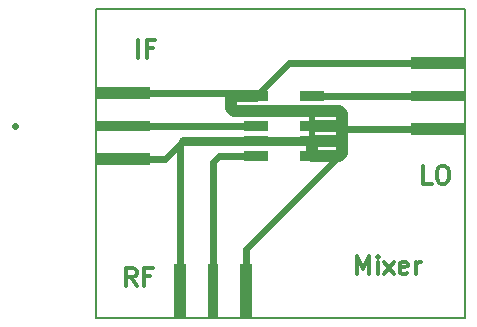
<source format=gbr>
%TF.GenerationSoftware,KiCad,Pcbnew,7.0.8*%
%TF.CreationDate,2024-03-13T12:02:18-04:00*%
%TF.ProjectId,Mixer,4d697865-722e-46b6-9963-61645f706362,rev?*%
%TF.SameCoordinates,Original*%
%TF.FileFunction,Copper,L1,Top*%
%TF.FilePolarity,Positive*%
%FSLAX46Y46*%
G04 Gerber Fmt 4.6, Leading zero omitted, Abs format (unit mm)*
G04 Created by KiCad (PCBNEW 7.0.8) date 2024-03-13 12:02:18*
%MOMM*%
%LPD*%
G01*
G04 APERTURE LIST*
%ADD10C,0.300000*%
%TA.AperFunction,NonConductor*%
%ADD11C,0.300000*%
%TD*%
%TA.AperFunction,NonConductor*%
%ADD12C,0.200000*%
%TD*%
%TA.AperFunction,SMDPad,CuDef*%
%ADD13R,4.560000X0.850000*%
%TD*%
%TA.AperFunction,SMDPad,CuDef*%
%ADD14R,4.560000X1.000000*%
%TD*%
%TA.AperFunction,SMDPad,CuDef*%
%ADD15R,0.850000X4.560000*%
%TD*%
%TA.AperFunction,SMDPad,CuDef*%
%ADD16R,1.000000X4.560000*%
%TD*%
%TA.AperFunction,SMDPad,CuDef*%
%ADD17R,2.159000X0.889000*%
%TD*%
%TA.AperFunction,Conductor*%
%ADD18C,0.600000*%
%TD*%
%TA.AperFunction,Conductor*%
%ADD19C,0.750000*%
%TD*%
%TA.AperFunction,Conductor*%
%ADD20C,1.000000*%
%TD*%
%TA.AperFunction,Conductor*%
%ADD21C,0.500000*%
%TD*%
G04 APERTURE END LIST*
D10*
D11*
X82596510Y-88700828D02*
X82596510Y-87200828D01*
X82596510Y-87200828D02*
X83096510Y-88272257D01*
X83096510Y-88272257D02*
X83596510Y-87200828D01*
X83596510Y-87200828D02*
X83596510Y-88700828D01*
X84310796Y-88700828D02*
X84310796Y-87700828D01*
X84310796Y-87200828D02*
X84239368Y-87272257D01*
X84239368Y-87272257D02*
X84310796Y-87343685D01*
X84310796Y-87343685D02*
X84382225Y-87272257D01*
X84382225Y-87272257D02*
X84310796Y-87200828D01*
X84310796Y-87200828D02*
X84310796Y-87343685D01*
X84882225Y-88700828D02*
X85667940Y-87700828D01*
X84882225Y-87700828D02*
X85667940Y-88700828D01*
X86810797Y-88629400D02*
X86667940Y-88700828D01*
X86667940Y-88700828D02*
X86382226Y-88700828D01*
X86382226Y-88700828D02*
X86239368Y-88629400D01*
X86239368Y-88629400D02*
X86167940Y-88486542D01*
X86167940Y-88486542D02*
X86167940Y-87915114D01*
X86167940Y-87915114D02*
X86239368Y-87772257D01*
X86239368Y-87772257D02*
X86382226Y-87700828D01*
X86382226Y-87700828D02*
X86667940Y-87700828D01*
X86667940Y-87700828D02*
X86810797Y-87772257D01*
X86810797Y-87772257D02*
X86882226Y-87915114D01*
X86882226Y-87915114D02*
X86882226Y-88057971D01*
X86882226Y-88057971D02*
X86167940Y-88200828D01*
X87525082Y-88700828D02*
X87525082Y-87700828D01*
X87525082Y-87986542D02*
X87596511Y-87843685D01*
X87596511Y-87843685D02*
X87667940Y-87772257D01*
X87667940Y-87772257D02*
X87810797Y-87700828D01*
X87810797Y-87700828D02*
X87953654Y-87700828D01*
D10*
D11*
X64054510Y-70412828D02*
X64054510Y-68912828D01*
X65268796Y-69627114D02*
X64768796Y-69627114D01*
X64768796Y-70412828D02*
X64768796Y-68912828D01*
X64768796Y-68912828D02*
X65483082Y-68912828D01*
D10*
D11*
X88898796Y-81080828D02*
X88184510Y-81080828D01*
X88184510Y-81080828D02*
X88184510Y-79580828D01*
X89684511Y-79580828D02*
X89970225Y-79580828D01*
X89970225Y-79580828D02*
X90113082Y-79652257D01*
X90113082Y-79652257D02*
X90255939Y-79795114D01*
X90255939Y-79795114D02*
X90327368Y-80080828D01*
X90327368Y-80080828D02*
X90327368Y-80580828D01*
X90327368Y-80580828D02*
X90255939Y-80866542D01*
X90255939Y-80866542D02*
X90113082Y-81009400D01*
X90113082Y-81009400D02*
X89970225Y-81080828D01*
X89970225Y-81080828D02*
X89684511Y-81080828D01*
X89684511Y-81080828D02*
X89541654Y-81009400D01*
X89541654Y-81009400D02*
X89398796Y-80866542D01*
X89398796Y-80866542D02*
X89327368Y-80580828D01*
X89327368Y-80580828D02*
X89327368Y-80080828D01*
X89327368Y-80080828D02*
X89398796Y-79795114D01*
X89398796Y-79795114D02*
X89541654Y-79652257D01*
X89541654Y-79652257D02*
X89684511Y-79580828D01*
D10*
D11*
X63895653Y-89716828D02*
X63395653Y-89002542D01*
X63038510Y-89716828D02*
X63038510Y-88216828D01*
X63038510Y-88216828D02*
X63609939Y-88216828D01*
X63609939Y-88216828D02*
X63752796Y-88288257D01*
X63752796Y-88288257D02*
X63824225Y-88359685D01*
X63824225Y-88359685D02*
X63895653Y-88502542D01*
X63895653Y-88502542D02*
X63895653Y-88716828D01*
X63895653Y-88716828D02*
X63824225Y-88859685D01*
X63824225Y-88859685D02*
X63752796Y-88931114D01*
X63752796Y-88931114D02*
X63609939Y-89002542D01*
X63609939Y-89002542D02*
X63038510Y-89002542D01*
X65038510Y-88931114D02*
X64538510Y-88931114D01*
X64538510Y-89716828D02*
X64538510Y-88216828D01*
X64538510Y-88216828D02*
X65252796Y-88216828D01*
D12*
X60452000Y-66294000D02*
X91694000Y-66294000D01*
X91694000Y-92456000D01*
X60452000Y-92456000D01*
X60452000Y-66294000D01*
D13*
%TO.P,REF\u002A\u002A,1*%
%TO.N,N/C*%
X62738000Y-76202750D03*
D14*
%TO.P,REF\u002A\u002A,SH1*%
X62738000Y-73432750D03*
%TO.P,REF\u002A\u002A,SH2*%
X62738000Y-78972750D03*
%TD*%
D15*
%TO.P,REF\u002A\u002A,1*%
%TO.N,N/C*%
X70360750Y-90170000D03*
D16*
%TO.P,REF\u002A\u002A,SH1*%
X67590750Y-90170000D03*
%TO.P,REF\u002A\u002A,SH2*%
X73130750Y-90170000D03*
%TD*%
D14*
%TO.P,REF\u002A\u002A,SH2*%
%TO.N,N/C*%
X89408000Y-70890000D03*
%TO.P,REF\u002A\u002A,SH1*%
X89408000Y-76430000D03*
D13*
%TO.P,REF\u002A\u002A,1*%
X89408000Y-73660000D03*
%TD*%
D17*
%TO.P,REF\u002A\u002A,1*%
%TO.N,N/C*%
X74041000Y-73660000D03*
%TO.P,REF\u002A\u002A,2*%
X74041000Y-74930000D03*
%TO.P,REF\u002A\u002A,3*%
X74041000Y-76200000D03*
%TO.P,REF\u002A\u002A,4*%
X74041000Y-77470000D03*
%TO.P,REF\u002A\u002A,5*%
X74041000Y-78740000D03*
%TO.P,REF\u002A\u002A,6*%
X78740000Y-78740000D03*
%TO.P,REF\u002A\u002A,7*%
X78740000Y-77470000D03*
%TO.P,REF\u002A\u002A,8*%
X78740000Y-76200000D03*
%TO.P,REF\u002A\u002A,9*%
X78740000Y-74930000D03*
%TO.P,REF\u002A\u002A,10*%
X78740000Y-73660000D03*
%TD*%
D18*
%TO.N,*%
X67590750Y-90170000D02*
X67590750Y-77697250D01*
X73130750Y-86635250D02*
X73130750Y-90170000D01*
X70360750Y-79250750D02*
X70360750Y-90170000D01*
X62738000Y-78972750D02*
X66315250Y-78972750D01*
X66315250Y-78972750D02*
X67590750Y-77697250D01*
X74038250Y-76202750D02*
X74041000Y-76200000D01*
X62738000Y-76202750D02*
X74038250Y-76202750D01*
X71908750Y-73432750D02*
X72136000Y-73660000D01*
X62738000Y-73432750D02*
X71908750Y-73432750D01*
X89408000Y-70890000D02*
X76811000Y-70890000D01*
X89408000Y-76430000D02*
X81510000Y-76430000D01*
X78740000Y-73660000D02*
X89408000Y-73660000D01*
X76811000Y-70890000D02*
X74041000Y-73660000D01*
X81510000Y-76430000D02*
X81280000Y-76200000D01*
X73130750Y-86635250D02*
X81026000Y-78740000D01*
D19*
X67818000Y-77470000D02*
X74041000Y-77470000D01*
D18*
X67590750Y-77697250D02*
X67818000Y-77470000D01*
X53596750Y-76200000D02*
X53594000Y-76202750D01*
X70866000Y-78740000D02*
X70358000Y-79248000D01*
X74041000Y-78740000D02*
X70866000Y-78740000D01*
X70358000Y-79248000D02*
X70360750Y-79250750D01*
D20*
X72136000Y-74930000D02*
X74041000Y-74930000D01*
X71882000Y-73914000D02*
X71882000Y-74676000D01*
X71882000Y-74676000D02*
X72136000Y-74930000D01*
X72136000Y-73660000D02*
X71882000Y-73914000D01*
X74041000Y-73660000D02*
X72136000Y-73660000D01*
X81026000Y-77470000D02*
X78740000Y-77470000D01*
X81280000Y-77216000D02*
X81280000Y-76200000D01*
X81280000Y-78486000D02*
X81280000Y-77216000D01*
X81280000Y-77216000D02*
X81026000Y-77470000D01*
X81280000Y-76200000D02*
X78740000Y-76200000D01*
X81280000Y-76200000D02*
X81280000Y-75184000D01*
X81280000Y-75184000D02*
X81026000Y-74930000D01*
X81026000Y-78740000D02*
X81280000Y-78486000D01*
X81026000Y-74930000D02*
X78740000Y-74930000D01*
X78740000Y-78740000D02*
X81026000Y-78740000D01*
D21*
X78740000Y-77470000D02*
X78740000Y-76200000D01*
D20*
X78740000Y-78740000D02*
X78740000Y-77470000D01*
D21*
X78740000Y-76200000D02*
X78740000Y-74930000D01*
D20*
X78740000Y-74930000D02*
X74041000Y-74930000D01*
D19*
X74041000Y-77470000D02*
X78740000Y-77470000D01*
%TD*%
M02*

</source>
